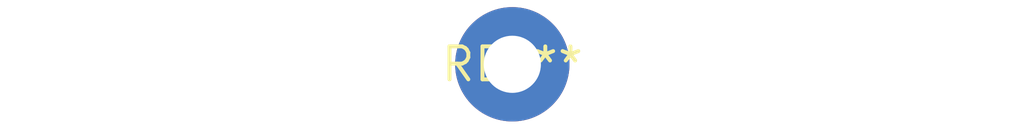
<source format=kicad_pcb>
(kicad_pcb (version 20240108) (generator pcbnew)
  (layers (0 "F.Cu" signal) (31 "B.Cu" signal) (34 "B.Paste" user) (35 "F.Paste" user) (36 "B.SilkS" user "B.Silkscreen") (37 "F.SilkS" user "F.Silkscreen") (38 "B.Mask" user) (39 "F.Mask" user) (44 "Edge.Cuts" user))
  (net 0 "")
  (footprint "MountingHole_2.2mm_M2_Pad_TopBottom" (layer "F.Cu") (at 0 0)
    (property "Reference" "REF**")
    (property "Value" "MountingHole_2.2mm_M2_Pad_TopBottom")
    (pad "1" thru_hole circle (at 0 0) (size 2.6 2.6) (drill 2.2) (layers *.Cu *.Mask) (remove_unused_layers))
    (pad "1" connect circle (at 0 0) (size 4.4 4.4) (layers "F.Cu" "F.Mask"))
    (pad "1" connect circle (at 0 0) (size 4.4 4.4) (layers "B.Cu" "B.Mask"))
  )
)
</source>
